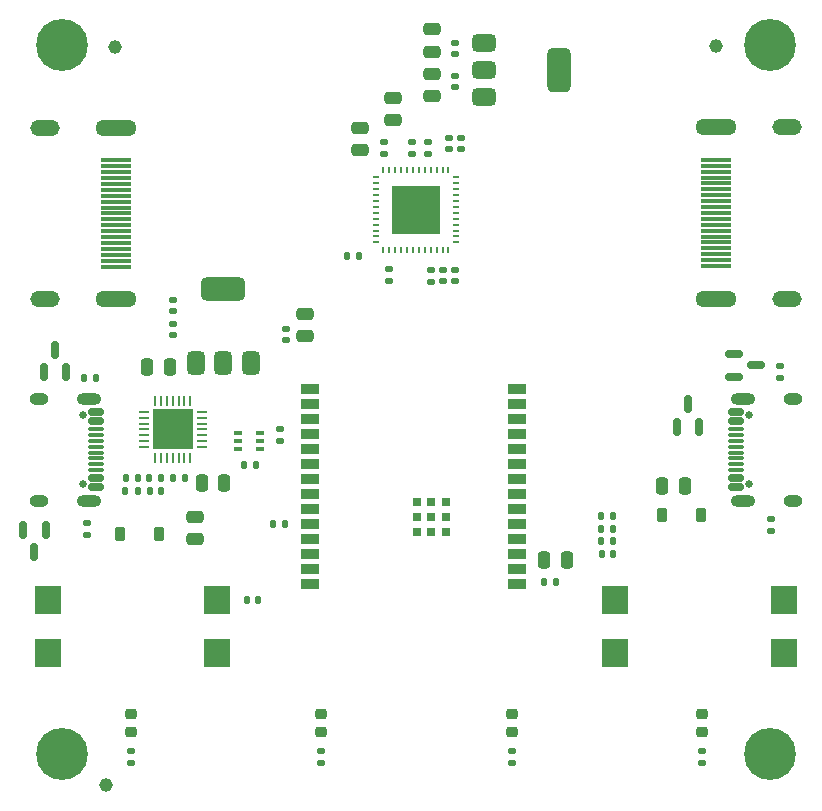
<source format=gts>
G04 #@! TF.GenerationSoftware,KiCad,Pcbnew,8.0.4*
G04 #@! TF.CreationDate,2024-09-02T22:22:01-07:00*
G04 #@! TF.ProjectId,HDMI Breakout,48444d49-2042-4726-9561-6b6f75742e6b,rev?*
G04 #@! TF.SameCoordinates,Original*
G04 #@! TF.FileFunction,Soldermask,Top*
G04 #@! TF.FilePolarity,Negative*
%FSLAX46Y46*%
G04 Gerber Fmt 4.6, Leading zero omitted, Abs format (unit mm)*
G04 Created by KiCad (PCBNEW 8.0.4) date 2024-09-02 22:22:01*
%MOMM*%
%LPD*%
G01*
G04 APERTURE LIST*
G04 Aperture macros list*
%AMRoundRect*
0 Rectangle with rounded corners*
0 $1 Rounding radius*
0 $2 $3 $4 $5 $6 $7 $8 $9 X,Y pos of 4 corners*
0 Add a 4 corners polygon primitive as box body*
4,1,4,$2,$3,$4,$5,$6,$7,$8,$9,$2,$3,0*
0 Add four circle primitives for the rounded corners*
1,1,$1+$1,$2,$3*
1,1,$1+$1,$4,$5*
1,1,$1+$1,$6,$7*
1,1,$1+$1,$8,$9*
0 Add four rect primitives between the rounded corners*
20,1,$1+$1,$2,$3,$4,$5,0*
20,1,$1+$1,$4,$5,$6,$7,0*
20,1,$1+$1,$6,$7,$8,$9,0*
20,1,$1+$1,$8,$9,$2,$3,0*%
G04 Aperture macros list end*
%ADD10R,2.641600X0.330200*%
%ADD11O,3.500000X1.350000*%
%ADD12O,2.500000X1.350000*%
%ADD13RoundRect,0.140000X0.170000X-0.140000X0.170000X0.140000X-0.170000X0.140000X-0.170000X-0.140000X0*%
%ADD14C,0.650000*%
%ADD15RoundRect,0.150000X-0.500000X0.150000X-0.500000X-0.150000X0.500000X-0.150000X0.500000X0.150000X0*%
%ADD16RoundRect,0.075000X-0.575000X0.075000X-0.575000X-0.075000X0.575000X-0.075000X0.575000X0.075000X0*%
%ADD17O,2.100000X1.000000*%
%ADD18O,1.600000X1.000000*%
%ADD19C,1.152000*%
%ADD20RoundRect,0.135000X-0.185000X0.135000X-0.185000X-0.135000X0.185000X-0.135000X0.185000X0.135000X0*%
%ADD21R,1.500000X0.900000*%
%ADD22R,0.800000X0.800000*%
%ADD23RoundRect,0.140000X-0.170000X0.140000X-0.170000X-0.140000X0.170000X-0.140000X0.170000X0.140000X0*%
%ADD24RoundRect,0.135000X-0.135000X-0.185000X0.135000X-0.185000X0.135000X0.185000X-0.135000X0.185000X0*%
%ADD25RoundRect,0.140000X-0.140000X-0.170000X0.140000X-0.170000X0.140000X0.170000X-0.140000X0.170000X0*%
%ADD26RoundRect,0.135000X0.135000X0.185000X-0.135000X0.185000X-0.135000X-0.185000X0.135000X-0.185000X0*%
%ADD27RoundRect,0.218750X0.256250X-0.218750X0.256250X0.218750X-0.256250X0.218750X-0.256250X-0.218750X0*%
%ADD28RoundRect,0.250000X0.475000X-0.250000X0.475000X0.250000X-0.475000X0.250000X-0.475000X-0.250000X0*%
%ADD29C,4.400000*%
%ADD30RoundRect,0.250000X-0.250000X-0.475000X0.250000X-0.475000X0.250000X0.475000X-0.250000X0.475000X0*%
%ADD31RoundRect,0.135000X0.185000X-0.135000X0.185000X0.135000X-0.185000X0.135000X-0.185000X-0.135000X0*%
%ADD32RoundRect,0.100000X-0.225000X-0.100000X0.225000X-0.100000X0.225000X0.100000X-0.225000X0.100000X0*%
%ADD33RoundRect,0.225000X-0.225000X-0.375000X0.225000X-0.375000X0.225000X0.375000X-0.225000X0.375000X0*%
%ADD34RoundRect,0.225000X0.225000X0.375000X-0.225000X0.375000X-0.225000X-0.375000X0.225000X-0.375000X0*%
%ADD35RoundRect,0.375000X-0.625000X-0.375000X0.625000X-0.375000X0.625000X0.375000X-0.625000X0.375000X0*%
%ADD36RoundRect,0.500000X-0.500000X-1.400000X0.500000X-1.400000X0.500000X1.400000X-0.500000X1.400000X0*%
%ADD37RoundRect,0.150000X0.150000X-0.587500X0.150000X0.587500X-0.150000X0.587500X-0.150000X-0.587500X0*%
%ADD38RoundRect,0.375000X0.375000X-0.625000X0.375000X0.625000X-0.375000X0.625000X-0.375000X-0.625000X0*%
%ADD39RoundRect,0.500000X1.400000X-0.500000X1.400000X0.500000X-1.400000X0.500000X-1.400000X-0.500000X0*%
%ADD40RoundRect,0.150000X0.500000X-0.150000X0.500000X0.150000X-0.500000X0.150000X-0.500000X-0.150000X0*%
%ADD41RoundRect,0.075000X0.575000X-0.075000X0.575000X0.075000X-0.575000X0.075000X-0.575000X-0.075000X0*%
%ADD42R,2.300000X2.400000*%
%ADD43RoundRect,0.140000X0.140000X0.170000X-0.140000X0.170000X-0.140000X-0.170000X0.140000X-0.170000X0*%
%ADD44RoundRect,0.150000X-0.587500X-0.150000X0.587500X-0.150000X0.587500X0.150000X-0.587500X0.150000X0*%
%ADD45RoundRect,0.250000X-0.475000X0.250000X-0.475000X-0.250000X0.475000X-0.250000X0.475000X0.250000X0*%
%ADD46R,0.599999X0.240000*%
%ADD47R,0.240000X0.599999*%
%ADD48R,4.099999X4.099999*%
%ADD49RoundRect,0.250000X0.250000X0.475000X-0.250000X0.475000X-0.250000X-0.475000X0.250000X-0.475000X0*%
%ADD50RoundRect,0.150000X-0.150000X0.587500X-0.150000X-0.587500X0.150000X-0.587500X0.150000X0.587500X0*%
%ADD51RoundRect,0.062500X-0.337500X-0.062500X0.337500X-0.062500X0.337500X0.062500X-0.337500X0.062500X0*%
%ADD52RoundRect,0.062500X-0.062500X-0.337500X0.062500X-0.337500X0.062500X0.337500X-0.062500X0.337500X0*%
%ADD53R,3.350000X3.350000*%
G04 APERTURE END LIST*
D10*
X59624959Y-73762700D03*
X59624959Y-73262700D03*
X59624959Y-72762700D03*
X59624959Y-72262700D03*
X59624959Y-71762700D03*
X59624959Y-71262700D03*
X59624959Y-70762700D03*
X59624959Y-70262700D03*
X59624959Y-69762700D03*
X59624959Y-69262700D03*
X59624959Y-68762701D03*
X59624959Y-68262700D03*
X59624959Y-67762700D03*
X59624959Y-67262700D03*
X59624959Y-66762700D03*
X59624959Y-66262700D03*
X59624959Y-65762700D03*
X59624959Y-65262700D03*
X59624959Y-64762700D03*
D11*
X59624959Y-62012700D03*
D12*
X53624959Y-62012700D03*
D11*
X59624959Y-76512700D03*
D12*
X53624959Y-76512700D03*
D10*
X110415041Y-64717300D03*
X110415041Y-65217300D03*
X110415041Y-65717300D03*
X110415041Y-66217300D03*
X110415041Y-66717300D03*
X110415041Y-67217300D03*
X110415041Y-67717300D03*
X110415041Y-68217300D03*
X110415041Y-68717300D03*
X110415041Y-69217300D03*
X110415041Y-69717299D03*
X110415041Y-70217300D03*
X110415041Y-70717300D03*
X110415041Y-71217300D03*
X110415041Y-71717300D03*
X110415041Y-72217300D03*
X110415041Y-72717300D03*
X110415041Y-73217300D03*
X110415041Y-73717300D03*
D11*
X110415041Y-76467300D03*
D12*
X116415041Y-76467300D03*
D11*
X110415041Y-61967300D03*
D12*
X116415041Y-61967300D03*
D13*
X82258000Y-64196000D03*
X82258000Y-63236000D03*
D14*
X56780000Y-86360000D03*
X56780000Y-92140000D03*
D15*
X57920000Y-86050000D03*
X57920000Y-86850000D03*
D16*
X57920000Y-88000000D03*
X57920000Y-89000000D03*
X57920000Y-89500000D03*
X57920000Y-90500000D03*
D15*
X57920000Y-91650000D03*
X57920000Y-92450000D03*
X57920000Y-92450000D03*
X57920000Y-91650000D03*
D16*
X57920000Y-91000000D03*
X57920000Y-90000000D03*
X57920000Y-88500000D03*
X57920000Y-87500000D03*
D15*
X57920000Y-86850000D03*
X57920000Y-86050000D03*
D17*
X57280000Y-84930000D03*
D18*
X53100000Y-84930000D03*
D17*
X57280000Y-93570000D03*
D18*
X53100000Y-93570000D03*
D19*
X110420000Y-55110000D03*
D20*
X115790000Y-82180000D03*
X115790000Y-83200000D03*
D21*
X93550000Y-100670000D03*
X93550000Y-99400000D03*
X93550000Y-98130000D03*
X93550000Y-96860000D03*
X93550000Y-95590000D03*
X93550000Y-94320000D03*
X93550000Y-93050000D03*
X93550000Y-91780000D03*
X93550000Y-90510000D03*
X93550000Y-89240000D03*
X93550000Y-87970000D03*
X93550000Y-86700000D03*
X93550000Y-85430000D03*
X93550000Y-84160000D03*
X76050000Y-84160000D03*
X76050000Y-85430000D03*
X76050000Y-86700000D03*
X76050000Y-87970000D03*
X76050000Y-89240000D03*
X76050000Y-90510000D03*
X76050000Y-91780000D03*
X76050000Y-93050000D03*
X76050000Y-94320000D03*
X76050000Y-95590000D03*
X76050000Y-96860000D03*
X76050000Y-98130000D03*
X76050000Y-99400000D03*
X76050000Y-100670000D03*
D22*
X87555000Y-96200000D03*
X87555000Y-94950000D03*
X87555000Y-93700000D03*
X86305000Y-96200000D03*
X86305000Y-94950000D03*
X86305000Y-93700000D03*
X85055000Y-96200000D03*
X85055000Y-94950000D03*
X85055000Y-93700000D03*
D23*
X82692000Y-73976499D03*
X82692000Y-74936499D03*
D24*
X70410000Y-90580000D03*
X71430000Y-90580000D03*
D25*
X95880000Y-100460000D03*
X96840000Y-100460000D03*
D24*
X72930000Y-95580000D03*
X73950000Y-95580000D03*
D19*
X58750000Y-117640000D03*
D23*
X88300000Y-54840000D03*
X88300000Y-55800000D03*
D26*
X63427660Y-91670000D03*
X62407660Y-91670000D03*
D20*
X93100000Y-114800000D03*
X93100000Y-115820000D03*
D27*
X77000000Y-113200000D03*
X77000000Y-111625000D03*
D13*
X88788000Y-63791500D03*
X88788000Y-62831500D03*
D28*
X86400000Y-59350000D03*
X86400000Y-57450000D03*
D29*
X115000000Y-55000000D03*
D13*
X87772000Y-63791500D03*
X87772000Y-62831500D03*
D27*
X93100000Y-113200000D03*
X93100000Y-111625000D03*
D30*
X66850000Y-92100000D03*
X68750000Y-92100000D03*
D31*
X86248000Y-75040000D03*
X86248000Y-74020000D03*
D23*
X88280000Y-74048000D03*
X88280000Y-75008000D03*
D32*
X69930000Y-87880000D03*
X69930000Y-88530000D03*
X69930000Y-89180000D03*
X71830000Y-89180000D03*
X71830000Y-88530000D03*
X71830000Y-87880000D03*
D27*
X109200000Y-113200000D03*
X109200000Y-111625000D03*
D25*
X100720000Y-98100000D03*
X101680000Y-98100000D03*
D33*
X105830000Y-94810000D03*
X109130000Y-94810000D03*
D30*
X95850000Y-98600000D03*
X97750000Y-98600000D03*
X105850000Y-92300000D03*
X107750000Y-92300000D03*
D24*
X60407660Y-92770000D03*
X61427660Y-92770000D03*
D20*
X60900000Y-114800000D03*
X60900000Y-115820000D03*
D13*
X74000000Y-79980000D03*
X74000000Y-79020000D03*
D29*
X115000000Y-115000000D03*
D28*
X66300000Y-96850000D03*
X66300000Y-94950000D03*
D34*
X63250000Y-96410000D03*
X59950000Y-96410000D03*
D35*
X90800000Y-54800000D03*
X90800000Y-57100000D03*
X90800000Y-59400000D03*
D36*
X97100000Y-57100000D03*
D13*
X86020000Y-64196000D03*
X86020000Y-63236000D03*
D37*
X107100000Y-87300000D03*
X109000000Y-87300000D03*
X108050000Y-85425000D03*
D24*
X100690000Y-95940000D03*
X101710000Y-95940000D03*
D20*
X73480000Y-87480000D03*
X73480000Y-88500000D03*
D19*
X59510000Y-55130000D03*
D24*
X60417660Y-91670000D03*
X61437660Y-91670000D03*
D38*
X66400000Y-81950000D03*
X68700000Y-81950000D03*
X71000000Y-81950000D03*
D39*
X68700000Y-75650000D03*
D25*
X70665000Y-101970000D03*
X71625000Y-101970000D03*
D14*
X113220000Y-92140000D03*
X113220000Y-86360000D03*
D40*
X112080000Y-92450000D03*
X112080000Y-91650000D03*
D41*
X112080000Y-90500000D03*
X112080000Y-89500000D03*
X112080000Y-89000000D03*
X112080000Y-88000000D03*
D40*
X112080000Y-86850000D03*
X112080000Y-86050000D03*
X112080000Y-86050000D03*
X112080000Y-86850000D03*
D41*
X112080000Y-87500000D03*
X112080000Y-88500000D03*
X112080000Y-90000000D03*
X112080000Y-91000000D03*
D40*
X112080000Y-91650000D03*
X112080000Y-92450000D03*
D17*
X112720000Y-93570000D03*
D18*
X116900000Y-93570000D03*
D17*
X112720000Y-84930000D03*
D18*
X116900000Y-84930000D03*
D13*
X64400000Y-77560000D03*
X64400000Y-76600000D03*
D37*
X53510000Y-82707500D03*
X55410000Y-82707500D03*
X54460000Y-80832500D03*
D42*
X101850000Y-102000000D03*
X116150000Y-102000000D03*
X101850000Y-106500000D03*
X116150000Y-106500000D03*
D29*
X55000000Y-55000000D03*
D26*
X57920000Y-83200000D03*
X56900000Y-83200000D03*
D13*
X88300000Y-58560000D03*
X88300000Y-57600000D03*
D23*
X87264000Y-74048000D03*
X87264000Y-75008000D03*
D43*
X80152000Y-72846999D03*
X79192000Y-72846999D03*
D28*
X83020000Y-61364000D03*
X83020000Y-59464000D03*
D24*
X100690000Y-97000000D03*
X101710000Y-97000000D03*
D28*
X80226000Y-63904000D03*
X80226000Y-62004000D03*
D13*
X64400000Y-79580000D03*
X64400000Y-78620000D03*
D27*
X60900000Y-113200000D03*
X60900000Y-111625000D03*
D29*
X55000000Y-115000000D03*
D44*
X111902500Y-81170000D03*
X111902500Y-83070000D03*
X113777500Y-82120000D03*
D45*
X86400000Y-53650000D03*
X86400000Y-55550000D03*
D20*
X109200000Y-114800000D03*
X109200000Y-115820000D03*
D31*
X115050000Y-96180000D03*
X115050000Y-95160000D03*
D26*
X65427660Y-91670000D03*
X64407660Y-91670000D03*
D25*
X100700000Y-94870000D03*
X101660000Y-94870000D03*
D20*
X77000000Y-114800000D03*
X77000000Y-115820000D03*
D28*
X75600000Y-79650000D03*
X75600000Y-77750000D03*
D25*
X62467660Y-92770000D03*
X63427660Y-92770000D03*
D46*
X81599998Y-66209999D03*
X81599998Y-66709998D03*
X81599998Y-67210000D03*
X81599998Y-67709999D03*
X81599998Y-68210001D03*
X81599998Y-68709999D03*
X81599998Y-69209999D03*
X81599998Y-69710000D03*
X81599998Y-70209999D03*
X81599998Y-70710001D03*
X81599998Y-71210000D03*
X81599998Y-71709999D03*
D47*
X82249999Y-72360000D03*
X82749998Y-72360000D03*
X83250000Y-72360000D03*
X83749999Y-72360000D03*
X84250001Y-72360000D03*
X84749999Y-72360000D03*
X85249999Y-72360000D03*
X85750000Y-72360000D03*
X86249999Y-72360000D03*
X86750001Y-72360000D03*
X87250000Y-72360000D03*
X87749999Y-72360000D03*
D46*
X88400000Y-71709999D03*
X88400000Y-71210000D03*
X88400000Y-70710001D03*
X88400000Y-70209999D03*
X88400000Y-69710000D03*
X88400000Y-69209999D03*
X88400000Y-68709999D03*
X88400000Y-68210001D03*
X88400000Y-67709999D03*
X88400000Y-67210000D03*
X88400000Y-66709998D03*
X88400000Y-66209999D03*
D47*
X87749999Y-65559998D03*
X87250000Y-65559998D03*
X86750001Y-65559998D03*
X86249999Y-65559998D03*
X85750000Y-65559998D03*
X85249999Y-65559998D03*
X84749999Y-65559998D03*
X84250001Y-65559998D03*
X83749999Y-65559998D03*
X83250000Y-65559998D03*
X82749998Y-65559998D03*
X82249999Y-65559998D03*
D48*
X84999999Y-68959999D03*
D13*
X84700000Y-64196000D03*
X84700000Y-63236000D03*
D42*
X53850000Y-102000000D03*
X68150000Y-102000000D03*
X53850000Y-106500000D03*
X68150000Y-106500000D03*
D49*
X64150000Y-82300000D03*
X62250000Y-82300000D03*
D50*
X53640000Y-96075000D03*
X51740000Y-96075000D03*
X52690000Y-97950000D03*
D51*
X61950000Y-86050000D03*
X61950000Y-86550000D03*
X61950000Y-87050000D03*
X61950000Y-87550000D03*
X61950000Y-88050000D03*
X61950000Y-88550000D03*
X61950000Y-89050000D03*
D52*
X62900000Y-90000000D03*
X63400000Y-90000000D03*
X63900000Y-90000000D03*
X64400000Y-90000000D03*
X64900000Y-90000000D03*
X65400000Y-90000000D03*
X65900000Y-90000000D03*
D51*
X66850000Y-89050000D03*
X66850000Y-88550000D03*
X66850000Y-88050000D03*
X66850000Y-87550000D03*
X66850000Y-87050000D03*
X66850000Y-86550000D03*
X66850000Y-86050000D03*
D52*
X65900000Y-85100000D03*
X65400000Y-85100000D03*
X64900000Y-85100000D03*
X64400000Y-85100000D03*
X63900000Y-85100000D03*
X63400000Y-85100000D03*
X62900000Y-85100000D03*
D53*
X64400000Y-87550000D03*
D31*
X57190000Y-96470000D03*
X57190000Y-95450000D03*
M02*

</source>
